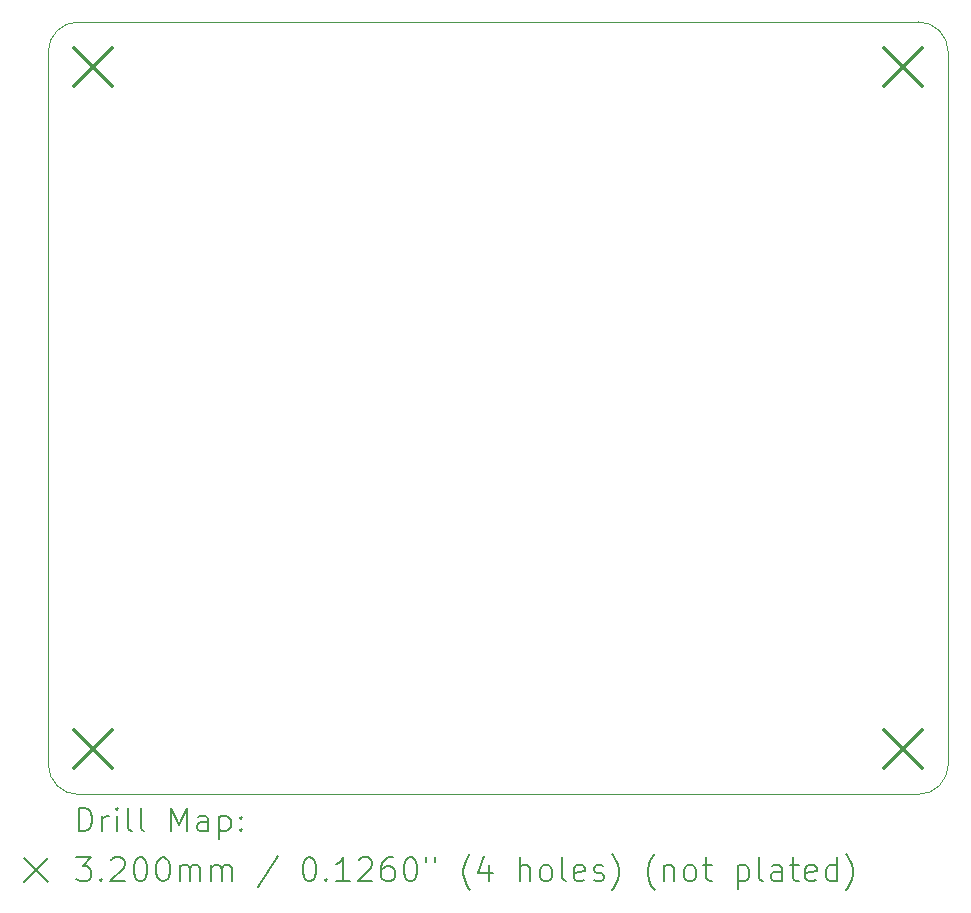
<source format=gbr>
%TF.GenerationSoftware,KiCad,Pcbnew,8.0.3*%
%TF.CreationDate,2024-12-06T19:43:15+13:00*%
%TF.ProjectId,DS8641N_tester,44533836-3431-44e5-9f74-65737465722e,rev?*%
%TF.SameCoordinates,Original*%
%TF.FileFunction,Drillmap*%
%TF.FilePolarity,Positive*%
%FSLAX45Y45*%
G04 Gerber Fmt 4.5, Leading zero omitted, Abs format (unit mm)*
G04 Created by KiCad (PCBNEW 8.0.3) date 2024-12-06 19:43:15*
%MOMM*%
%LPD*%
G01*
G04 APERTURE LIST*
%ADD10C,0.050000*%
%ADD11C,0.200000*%
%ADD12C,0.320000*%
G04 APERTURE END LIST*
D10*
X11758395Y-12139395D02*
X11758395Y-6106895D01*
X19124395Y-5852895D02*
G75*
G02*
X19378385Y-6106895I-5J-253995D01*
G01*
X12012395Y-5852895D02*
X19124395Y-5852895D01*
X19378395Y-6106895D02*
X19378395Y-12139395D01*
X19378395Y-12139395D02*
G75*
G02*
X19124395Y-12393395I-254005J5D01*
G01*
X19124395Y-12393395D02*
X12012395Y-12393395D01*
X12012395Y-12393395D02*
G75*
G02*
X11758385Y-12139395I-5J254005D01*
G01*
X11758395Y-6106895D02*
G75*
G02*
X12012395Y-5852895I253995J5D01*
G01*
D11*
D12*
X11979395Y-6073895D02*
X12299395Y-6393895D01*
X12299395Y-6073895D02*
X11979395Y-6393895D01*
X11979395Y-11852395D02*
X12299395Y-12172395D01*
X12299395Y-11852395D02*
X11979395Y-12172395D01*
X18837395Y-6073895D02*
X19157395Y-6393895D01*
X19157395Y-6073895D02*
X18837395Y-6393895D01*
X18837395Y-11852395D02*
X19157395Y-12172395D01*
X19157395Y-11852395D02*
X18837395Y-12172395D01*
D11*
X12016672Y-12707379D02*
X12016672Y-12507379D01*
X12016672Y-12507379D02*
X12064291Y-12507379D01*
X12064291Y-12507379D02*
X12092862Y-12516902D01*
X12092862Y-12516902D02*
X12111910Y-12535950D01*
X12111910Y-12535950D02*
X12121434Y-12554998D01*
X12121434Y-12554998D02*
X12130957Y-12593093D01*
X12130957Y-12593093D02*
X12130957Y-12621664D01*
X12130957Y-12621664D02*
X12121434Y-12659760D01*
X12121434Y-12659760D02*
X12111910Y-12678807D01*
X12111910Y-12678807D02*
X12092862Y-12697855D01*
X12092862Y-12697855D02*
X12064291Y-12707379D01*
X12064291Y-12707379D02*
X12016672Y-12707379D01*
X12216672Y-12707379D02*
X12216672Y-12574045D01*
X12216672Y-12612141D02*
X12226195Y-12593093D01*
X12226195Y-12593093D02*
X12235719Y-12583569D01*
X12235719Y-12583569D02*
X12254767Y-12574045D01*
X12254767Y-12574045D02*
X12273815Y-12574045D01*
X12340481Y-12707379D02*
X12340481Y-12574045D01*
X12340481Y-12507379D02*
X12330957Y-12516902D01*
X12330957Y-12516902D02*
X12340481Y-12526426D01*
X12340481Y-12526426D02*
X12350005Y-12516902D01*
X12350005Y-12516902D02*
X12340481Y-12507379D01*
X12340481Y-12507379D02*
X12340481Y-12526426D01*
X12464291Y-12707379D02*
X12445243Y-12697855D01*
X12445243Y-12697855D02*
X12435719Y-12678807D01*
X12435719Y-12678807D02*
X12435719Y-12507379D01*
X12569053Y-12707379D02*
X12550005Y-12697855D01*
X12550005Y-12697855D02*
X12540481Y-12678807D01*
X12540481Y-12678807D02*
X12540481Y-12507379D01*
X12797624Y-12707379D02*
X12797624Y-12507379D01*
X12797624Y-12507379D02*
X12864291Y-12650236D01*
X12864291Y-12650236D02*
X12930957Y-12507379D01*
X12930957Y-12507379D02*
X12930957Y-12707379D01*
X13111910Y-12707379D02*
X13111910Y-12602617D01*
X13111910Y-12602617D02*
X13102386Y-12583569D01*
X13102386Y-12583569D02*
X13083338Y-12574045D01*
X13083338Y-12574045D02*
X13045243Y-12574045D01*
X13045243Y-12574045D02*
X13026195Y-12583569D01*
X13111910Y-12697855D02*
X13092862Y-12707379D01*
X13092862Y-12707379D02*
X13045243Y-12707379D01*
X13045243Y-12707379D02*
X13026195Y-12697855D01*
X13026195Y-12697855D02*
X13016672Y-12678807D01*
X13016672Y-12678807D02*
X13016672Y-12659760D01*
X13016672Y-12659760D02*
X13026195Y-12640712D01*
X13026195Y-12640712D02*
X13045243Y-12631188D01*
X13045243Y-12631188D02*
X13092862Y-12631188D01*
X13092862Y-12631188D02*
X13111910Y-12621664D01*
X13207148Y-12574045D02*
X13207148Y-12774045D01*
X13207148Y-12583569D02*
X13226195Y-12574045D01*
X13226195Y-12574045D02*
X13264291Y-12574045D01*
X13264291Y-12574045D02*
X13283338Y-12583569D01*
X13283338Y-12583569D02*
X13292862Y-12593093D01*
X13292862Y-12593093D02*
X13302386Y-12612141D01*
X13302386Y-12612141D02*
X13302386Y-12669283D01*
X13302386Y-12669283D02*
X13292862Y-12688331D01*
X13292862Y-12688331D02*
X13283338Y-12697855D01*
X13283338Y-12697855D02*
X13264291Y-12707379D01*
X13264291Y-12707379D02*
X13226195Y-12707379D01*
X13226195Y-12707379D02*
X13207148Y-12697855D01*
X13388100Y-12688331D02*
X13397624Y-12697855D01*
X13397624Y-12697855D02*
X13388100Y-12707379D01*
X13388100Y-12707379D02*
X13378576Y-12697855D01*
X13378576Y-12697855D02*
X13388100Y-12688331D01*
X13388100Y-12688331D02*
X13388100Y-12707379D01*
X13388100Y-12583569D02*
X13397624Y-12593093D01*
X13397624Y-12593093D02*
X13388100Y-12602617D01*
X13388100Y-12602617D02*
X13378576Y-12593093D01*
X13378576Y-12593093D02*
X13388100Y-12583569D01*
X13388100Y-12583569D02*
X13388100Y-12602617D01*
X11555895Y-12935895D02*
X11755895Y-13135895D01*
X11755895Y-12935895D02*
X11555895Y-13135895D01*
X11997624Y-12927379D02*
X12121434Y-12927379D01*
X12121434Y-12927379D02*
X12054767Y-13003569D01*
X12054767Y-13003569D02*
X12083338Y-13003569D01*
X12083338Y-13003569D02*
X12102386Y-13013093D01*
X12102386Y-13013093D02*
X12111910Y-13022617D01*
X12111910Y-13022617D02*
X12121434Y-13041664D01*
X12121434Y-13041664D02*
X12121434Y-13089283D01*
X12121434Y-13089283D02*
X12111910Y-13108331D01*
X12111910Y-13108331D02*
X12102386Y-13117855D01*
X12102386Y-13117855D02*
X12083338Y-13127379D01*
X12083338Y-13127379D02*
X12026195Y-13127379D01*
X12026195Y-13127379D02*
X12007148Y-13117855D01*
X12007148Y-13117855D02*
X11997624Y-13108331D01*
X12207148Y-13108331D02*
X12216672Y-13117855D01*
X12216672Y-13117855D02*
X12207148Y-13127379D01*
X12207148Y-13127379D02*
X12197624Y-13117855D01*
X12197624Y-13117855D02*
X12207148Y-13108331D01*
X12207148Y-13108331D02*
X12207148Y-13127379D01*
X12292862Y-12946426D02*
X12302386Y-12936902D01*
X12302386Y-12936902D02*
X12321434Y-12927379D01*
X12321434Y-12927379D02*
X12369053Y-12927379D01*
X12369053Y-12927379D02*
X12388100Y-12936902D01*
X12388100Y-12936902D02*
X12397624Y-12946426D01*
X12397624Y-12946426D02*
X12407148Y-12965474D01*
X12407148Y-12965474D02*
X12407148Y-12984521D01*
X12407148Y-12984521D02*
X12397624Y-13013093D01*
X12397624Y-13013093D02*
X12283338Y-13127379D01*
X12283338Y-13127379D02*
X12407148Y-13127379D01*
X12530957Y-12927379D02*
X12550005Y-12927379D01*
X12550005Y-12927379D02*
X12569053Y-12936902D01*
X12569053Y-12936902D02*
X12578576Y-12946426D01*
X12578576Y-12946426D02*
X12588100Y-12965474D01*
X12588100Y-12965474D02*
X12597624Y-13003569D01*
X12597624Y-13003569D02*
X12597624Y-13051188D01*
X12597624Y-13051188D02*
X12588100Y-13089283D01*
X12588100Y-13089283D02*
X12578576Y-13108331D01*
X12578576Y-13108331D02*
X12569053Y-13117855D01*
X12569053Y-13117855D02*
X12550005Y-13127379D01*
X12550005Y-13127379D02*
X12530957Y-13127379D01*
X12530957Y-13127379D02*
X12511910Y-13117855D01*
X12511910Y-13117855D02*
X12502386Y-13108331D01*
X12502386Y-13108331D02*
X12492862Y-13089283D01*
X12492862Y-13089283D02*
X12483338Y-13051188D01*
X12483338Y-13051188D02*
X12483338Y-13003569D01*
X12483338Y-13003569D02*
X12492862Y-12965474D01*
X12492862Y-12965474D02*
X12502386Y-12946426D01*
X12502386Y-12946426D02*
X12511910Y-12936902D01*
X12511910Y-12936902D02*
X12530957Y-12927379D01*
X12721434Y-12927379D02*
X12740481Y-12927379D01*
X12740481Y-12927379D02*
X12759529Y-12936902D01*
X12759529Y-12936902D02*
X12769053Y-12946426D01*
X12769053Y-12946426D02*
X12778576Y-12965474D01*
X12778576Y-12965474D02*
X12788100Y-13003569D01*
X12788100Y-13003569D02*
X12788100Y-13051188D01*
X12788100Y-13051188D02*
X12778576Y-13089283D01*
X12778576Y-13089283D02*
X12769053Y-13108331D01*
X12769053Y-13108331D02*
X12759529Y-13117855D01*
X12759529Y-13117855D02*
X12740481Y-13127379D01*
X12740481Y-13127379D02*
X12721434Y-13127379D01*
X12721434Y-13127379D02*
X12702386Y-13117855D01*
X12702386Y-13117855D02*
X12692862Y-13108331D01*
X12692862Y-13108331D02*
X12683338Y-13089283D01*
X12683338Y-13089283D02*
X12673815Y-13051188D01*
X12673815Y-13051188D02*
X12673815Y-13003569D01*
X12673815Y-13003569D02*
X12683338Y-12965474D01*
X12683338Y-12965474D02*
X12692862Y-12946426D01*
X12692862Y-12946426D02*
X12702386Y-12936902D01*
X12702386Y-12936902D02*
X12721434Y-12927379D01*
X12873815Y-13127379D02*
X12873815Y-12994045D01*
X12873815Y-13013093D02*
X12883338Y-13003569D01*
X12883338Y-13003569D02*
X12902386Y-12994045D01*
X12902386Y-12994045D02*
X12930957Y-12994045D01*
X12930957Y-12994045D02*
X12950005Y-13003569D01*
X12950005Y-13003569D02*
X12959529Y-13022617D01*
X12959529Y-13022617D02*
X12959529Y-13127379D01*
X12959529Y-13022617D02*
X12969053Y-13003569D01*
X12969053Y-13003569D02*
X12988100Y-12994045D01*
X12988100Y-12994045D02*
X13016672Y-12994045D01*
X13016672Y-12994045D02*
X13035719Y-13003569D01*
X13035719Y-13003569D02*
X13045243Y-13022617D01*
X13045243Y-13022617D02*
X13045243Y-13127379D01*
X13140481Y-13127379D02*
X13140481Y-12994045D01*
X13140481Y-13013093D02*
X13150005Y-13003569D01*
X13150005Y-13003569D02*
X13169053Y-12994045D01*
X13169053Y-12994045D02*
X13197624Y-12994045D01*
X13197624Y-12994045D02*
X13216672Y-13003569D01*
X13216672Y-13003569D02*
X13226196Y-13022617D01*
X13226196Y-13022617D02*
X13226196Y-13127379D01*
X13226196Y-13022617D02*
X13235719Y-13003569D01*
X13235719Y-13003569D02*
X13254767Y-12994045D01*
X13254767Y-12994045D02*
X13283338Y-12994045D01*
X13283338Y-12994045D02*
X13302386Y-13003569D01*
X13302386Y-13003569D02*
X13311910Y-13022617D01*
X13311910Y-13022617D02*
X13311910Y-13127379D01*
X13702386Y-12917855D02*
X13530958Y-13174998D01*
X13959529Y-12927379D02*
X13978577Y-12927379D01*
X13978577Y-12927379D02*
X13997624Y-12936902D01*
X13997624Y-12936902D02*
X14007148Y-12946426D01*
X14007148Y-12946426D02*
X14016672Y-12965474D01*
X14016672Y-12965474D02*
X14026196Y-13003569D01*
X14026196Y-13003569D02*
X14026196Y-13051188D01*
X14026196Y-13051188D02*
X14016672Y-13089283D01*
X14016672Y-13089283D02*
X14007148Y-13108331D01*
X14007148Y-13108331D02*
X13997624Y-13117855D01*
X13997624Y-13117855D02*
X13978577Y-13127379D01*
X13978577Y-13127379D02*
X13959529Y-13127379D01*
X13959529Y-13127379D02*
X13940481Y-13117855D01*
X13940481Y-13117855D02*
X13930958Y-13108331D01*
X13930958Y-13108331D02*
X13921434Y-13089283D01*
X13921434Y-13089283D02*
X13911910Y-13051188D01*
X13911910Y-13051188D02*
X13911910Y-13003569D01*
X13911910Y-13003569D02*
X13921434Y-12965474D01*
X13921434Y-12965474D02*
X13930958Y-12946426D01*
X13930958Y-12946426D02*
X13940481Y-12936902D01*
X13940481Y-12936902D02*
X13959529Y-12927379D01*
X14111910Y-13108331D02*
X14121434Y-13117855D01*
X14121434Y-13117855D02*
X14111910Y-13127379D01*
X14111910Y-13127379D02*
X14102386Y-13117855D01*
X14102386Y-13117855D02*
X14111910Y-13108331D01*
X14111910Y-13108331D02*
X14111910Y-13127379D01*
X14311910Y-13127379D02*
X14197624Y-13127379D01*
X14254767Y-13127379D02*
X14254767Y-12927379D01*
X14254767Y-12927379D02*
X14235719Y-12955950D01*
X14235719Y-12955950D02*
X14216672Y-12974998D01*
X14216672Y-12974998D02*
X14197624Y-12984521D01*
X14388100Y-12946426D02*
X14397624Y-12936902D01*
X14397624Y-12936902D02*
X14416672Y-12927379D01*
X14416672Y-12927379D02*
X14464291Y-12927379D01*
X14464291Y-12927379D02*
X14483339Y-12936902D01*
X14483339Y-12936902D02*
X14492862Y-12946426D01*
X14492862Y-12946426D02*
X14502386Y-12965474D01*
X14502386Y-12965474D02*
X14502386Y-12984521D01*
X14502386Y-12984521D02*
X14492862Y-13013093D01*
X14492862Y-13013093D02*
X14378577Y-13127379D01*
X14378577Y-13127379D02*
X14502386Y-13127379D01*
X14673815Y-12927379D02*
X14635719Y-12927379D01*
X14635719Y-12927379D02*
X14616672Y-12936902D01*
X14616672Y-12936902D02*
X14607148Y-12946426D01*
X14607148Y-12946426D02*
X14588100Y-12974998D01*
X14588100Y-12974998D02*
X14578577Y-13013093D01*
X14578577Y-13013093D02*
X14578577Y-13089283D01*
X14578577Y-13089283D02*
X14588100Y-13108331D01*
X14588100Y-13108331D02*
X14597624Y-13117855D01*
X14597624Y-13117855D02*
X14616672Y-13127379D01*
X14616672Y-13127379D02*
X14654767Y-13127379D01*
X14654767Y-13127379D02*
X14673815Y-13117855D01*
X14673815Y-13117855D02*
X14683339Y-13108331D01*
X14683339Y-13108331D02*
X14692862Y-13089283D01*
X14692862Y-13089283D02*
X14692862Y-13041664D01*
X14692862Y-13041664D02*
X14683339Y-13022617D01*
X14683339Y-13022617D02*
X14673815Y-13013093D01*
X14673815Y-13013093D02*
X14654767Y-13003569D01*
X14654767Y-13003569D02*
X14616672Y-13003569D01*
X14616672Y-13003569D02*
X14597624Y-13013093D01*
X14597624Y-13013093D02*
X14588100Y-13022617D01*
X14588100Y-13022617D02*
X14578577Y-13041664D01*
X14816672Y-12927379D02*
X14835720Y-12927379D01*
X14835720Y-12927379D02*
X14854767Y-12936902D01*
X14854767Y-12936902D02*
X14864291Y-12946426D01*
X14864291Y-12946426D02*
X14873815Y-12965474D01*
X14873815Y-12965474D02*
X14883339Y-13003569D01*
X14883339Y-13003569D02*
X14883339Y-13051188D01*
X14883339Y-13051188D02*
X14873815Y-13089283D01*
X14873815Y-13089283D02*
X14864291Y-13108331D01*
X14864291Y-13108331D02*
X14854767Y-13117855D01*
X14854767Y-13117855D02*
X14835720Y-13127379D01*
X14835720Y-13127379D02*
X14816672Y-13127379D01*
X14816672Y-13127379D02*
X14797624Y-13117855D01*
X14797624Y-13117855D02*
X14788100Y-13108331D01*
X14788100Y-13108331D02*
X14778577Y-13089283D01*
X14778577Y-13089283D02*
X14769053Y-13051188D01*
X14769053Y-13051188D02*
X14769053Y-13003569D01*
X14769053Y-13003569D02*
X14778577Y-12965474D01*
X14778577Y-12965474D02*
X14788100Y-12946426D01*
X14788100Y-12946426D02*
X14797624Y-12936902D01*
X14797624Y-12936902D02*
X14816672Y-12927379D01*
X14959529Y-12927379D02*
X14959529Y-12965474D01*
X15035720Y-12927379D02*
X15035720Y-12965474D01*
X15330958Y-13203569D02*
X15321434Y-13194045D01*
X15321434Y-13194045D02*
X15302386Y-13165474D01*
X15302386Y-13165474D02*
X15292862Y-13146426D01*
X15292862Y-13146426D02*
X15283339Y-13117855D01*
X15283339Y-13117855D02*
X15273815Y-13070236D01*
X15273815Y-13070236D02*
X15273815Y-13032141D01*
X15273815Y-13032141D02*
X15283339Y-12984521D01*
X15283339Y-12984521D02*
X15292862Y-12955950D01*
X15292862Y-12955950D02*
X15302386Y-12936902D01*
X15302386Y-12936902D02*
X15321434Y-12908331D01*
X15321434Y-12908331D02*
X15330958Y-12898807D01*
X15492862Y-12994045D02*
X15492862Y-13127379D01*
X15445243Y-12917855D02*
X15397624Y-13060712D01*
X15397624Y-13060712D02*
X15521434Y-13060712D01*
X15750005Y-13127379D02*
X15750005Y-12927379D01*
X15835720Y-13127379D02*
X15835720Y-13022617D01*
X15835720Y-13022617D02*
X15826196Y-13003569D01*
X15826196Y-13003569D02*
X15807148Y-12994045D01*
X15807148Y-12994045D02*
X15778577Y-12994045D01*
X15778577Y-12994045D02*
X15759529Y-13003569D01*
X15759529Y-13003569D02*
X15750005Y-13013093D01*
X15959529Y-13127379D02*
X15940482Y-13117855D01*
X15940482Y-13117855D02*
X15930958Y-13108331D01*
X15930958Y-13108331D02*
X15921434Y-13089283D01*
X15921434Y-13089283D02*
X15921434Y-13032141D01*
X15921434Y-13032141D02*
X15930958Y-13013093D01*
X15930958Y-13013093D02*
X15940482Y-13003569D01*
X15940482Y-13003569D02*
X15959529Y-12994045D01*
X15959529Y-12994045D02*
X15988101Y-12994045D01*
X15988101Y-12994045D02*
X16007148Y-13003569D01*
X16007148Y-13003569D02*
X16016672Y-13013093D01*
X16016672Y-13013093D02*
X16026196Y-13032141D01*
X16026196Y-13032141D02*
X16026196Y-13089283D01*
X16026196Y-13089283D02*
X16016672Y-13108331D01*
X16016672Y-13108331D02*
X16007148Y-13117855D01*
X16007148Y-13117855D02*
X15988101Y-13127379D01*
X15988101Y-13127379D02*
X15959529Y-13127379D01*
X16140482Y-13127379D02*
X16121434Y-13117855D01*
X16121434Y-13117855D02*
X16111910Y-13098807D01*
X16111910Y-13098807D02*
X16111910Y-12927379D01*
X16292863Y-13117855D02*
X16273815Y-13127379D01*
X16273815Y-13127379D02*
X16235720Y-13127379D01*
X16235720Y-13127379D02*
X16216672Y-13117855D01*
X16216672Y-13117855D02*
X16207148Y-13098807D01*
X16207148Y-13098807D02*
X16207148Y-13022617D01*
X16207148Y-13022617D02*
X16216672Y-13003569D01*
X16216672Y-13003569D02*
X16235720Y-12994045D01*
X16235720Y-12994045D02*
X16273815Y-12994045D01*
X16273815Y-12994045D02*
X16292863Y-13003569D01*
X16292863Y-13003569D02*
X16302386Y-13022617D01*
X16302386Y-13022617D02*
X16302386Y-13041664D01*
X16302386Y-13041664D02*
X16207148Y-13060712D01*
X16378577Y-13117855D02*
X16397624Y-13127379D01*
X16397624Y-13127379D02*
X16435720Y-13127379D01*
X16435720Y-13127379D02*
X16454767Y-13117855D01*
X16454767Y-13117855D02*
X16464291Y-13098807D01*
X16464291Y-13098807D02*
X16464291Y-13089283D01*
X16464291Y-13089283D02*
X16454767Y-13070236D01*
X16454767Y-13070236D02*
X16435720Y-13060712D01*
X16435720Y-13060712D02*
X16407148Y-13060712D01*
X16407148Y-13060712D02*
X16388101Y-13051188D01*
X16388101Y-13051188D02*
X16378577Y-13032141D01*
X16378577Y-13032141D02*
X16378577Y-13022617D01*
X16378577Y-13022617D02*
X16388101Y-13003569D01*
X16388101Y-13003569D02*
X16407148Y-12994045D01*
X16407148Y-12994045D02*
X16435720Y-12994045D01*
X16435720Y-12994045D02*
X16454767Y-13003569D01*
X16530958Y-13203569D02*
X16540482Y-13194045D01*
X16540482Y-13194045D02*
X16559529Y-13165474D01*
X16559529Y-13165474D02*
X16569053Y-13146426D01*
X16569053Y-13146426D02*
X16578577Y-13117855D01*
X16578577Y-13117855D02*
X16588101Y-13070236D01*
X16588101Y-13070236D02*
X16588101Y-13032141D01*
X16588101Y-13032141D02*
X16578577Y-12984521D01*
X16578577Y-12984521D02*
X16569053Y-12955950D01*
X16569053Y-12955950D02*
X16559529Y-12936902D01*
X16559529Y-12936902D02*
X16540482Y-12908331D01*
X16540482Y-12908331D02*
X16530958Y-12898807D01*
X16892863Y-13203569D02*
X16883339Y-13194045D01*
X16883339Y-13194045D02*
X16864291Y-13165474D01*
X16864291Y-13165474D02*
X16854767Y-13146426D01*
X16854767Y-13146426D02*
X16845244Y-13117855D01*
X16845244Y-13117855D02*
X16835720Y-13070236D01*
X16835720Y-13070236D02*
X16835720Y-13032141D01*
X16835720Y-13032141D02*
X16845244Y-12984521D01*
X16845244Y-12984521D02*
X16854767Y-12955950D01*
X16854767Y-12955950D02*
X16864291Y-12936902D01*
X16864291Y-12936902D02*
X16883339Y-12908331D01*
X16883339Y-12908331D02*
X16892863Y-12898807D01*
X16969053Y-12994045D02*
X16969053Y-13127379D01*
X16969053Y-13013093D02*
X16978577Y-13003569D01*
X16978577Y-13003569D02*
X16997625Y-12994045D01*
X16997625Y-12994045D02*
X17026196Y-12994045D01*
X17026196Y-12994045D02*
X17045244Y-13003569D01*
X17045244Y-13003569D02*
X17054767Y-13022617D01*
X17054767Y-13022617D02*
X17054767Y-13127379D01*
X17178577Y-13127379D02*
X17159529Y-13117855D01*
X17159529Y-13117855D02*
X17150006Y-13108331D01*
X17150006Y-13108331D02*
X17140482Y-13089283D01*
X17140482Y-13089283D02*
X17140482Y-13032141D01*
X17140482Y-13032141D02*
X17150006Y-13013093D01*
X17150006Y-13013093D02*
X17159529Y-13003569D01*
X17159529Y-13003569D02*
X17178577Y-12994045D01*
X17178577Y-12994045D02*
X17207148Y-12994045D01*
X17207148Y-12994045D02*
X17226196Y-13003569D01*
X17226196Y-13003569D02*
X17235720Y-13013093D01*
X17235720Y-13013093D02*
X17245244Y-13032141D01*
X17245244Y-13032141D02*
X17245244Y-13089283D01*
X17245244Y-13089283D02*
X17235720Y-13108331D01*
X17235720Y-13108331D02*
X17226196Y-13117855D01*
X17226196Y-13117855D02*
X17207148Y-13127379D01*
X17207148Y-13127379D02*
X17178577Y-13127379D01*
X17302387Y-12994045D02*
X17378577Y-12994045D01*
X17330958Y-12927379D02*
X17330958Y-13098807D01*
X17330958Y-13098807D02*
X17340482Y-13117855D01*
X17340482Y-13117855D02*
X17359529Y-13127379D01*
X17359529Y-13127379D02*
X17378577Y-13127379D01*
X17597625Y-12994045D02*
X17597625Y-13194045D01*
X17597625Y-13003569D02*
X17616672Y-12994045D01*
X17616672Y-12994045D02*
X17654768Y-12994045D01*
X17654768Y-12994045D02*
X17673815Y-13003569D01*
X17673815Y-13003569D02*
X17683339Y-13013093D01*
X17683339Y-13013093D02*
X17692863Y-13032141D01*
X17692863Y-13032141D02*
X17692863Y-13089283D01*
X17692863Y-13089283D02*
X17683339Y-13108331D01*
X17683339Y-13108331D02*
X17673815Y-13117855D01*
X17673815Y-13117855D02*
X17654768Y-13127379D01*
X17654768Y-13127379D02*
X17616672Y-13127379D01*
X17616672Y-13127379D02*
X17597625Y-13117855D01*
X17807148Y-13127379D02*
X17788101Y-13117855D01*
X17788101Y-13117855D02*
X17778577Y-13098807D01*
X17778577Y-13098807D02*
X17778577Y-12927379D01*
X17969053Y-13127379D02*
X17969053Y-13022617D01*
X17969053Y-13022617D02*
X17959529Y-13003569D01*
X17959529Y-13003569D02*
X17940482Y-12994045D01*
X17940482Y-12994045D02*
X17902387Y-12994045D01*
X17902387Y-12994045D02*
X17883339Y-13003569D01*
X17969053Y-13117855D02*
X17950006Y-13127379D01*
X17950006Y-13127379D02*
X17902387Y-13127379D01*
X17902387Y-13127379D02*
X17883339Y-13117855D01*
X17883339Y-13117855D02*
X17873815Y-13098807D01*
X17873815Y-13098807D02*
X17873815Y-13079760D01*
X17873815Y-13079760D02*
X17883339Y-13060712D01*
X17883339Y-13060712D02*
X17902387Y-13051188D01*
X17902387Y-13051188D02*
X17950006Y-13051188D01*
X17950006Y-13051188D02*
X17969053Y-13041664D01*
X18035720Y-12994045D02*
X18111910Y-12994045D01*
X18064291Y-12927379D02*
X18064291Y-13098807D01*
X18064291Y-13098807D02*
X18073815Y-13117855D01*
X18073815Y-13117855D02*
X18092863Y-13127379D01*
X18092863Y-13127379D02*
X18111910Y-13127379D01*
X18254768Y-13117855D02*
X18235720Y-13127379D01*
X18235720Y-13127379D02*
X18197625Y-13127379D01*
X18197625Y-13127379D02*
X18178577Y-13117855D01*
X18178577Y-13117855D02*
X18169053Y-13098807D01*
X18169053Y-13098807D02*
X18169053Y-13022617D01*
X18169053Y-13022617D02*
X18178577Y-13003569D01*
X18178577Y-13003569D02*
X18197625Y-12994045D01*
X18197625Y-12994045D02*
X18235720Y-12994045D01*
X18235720Y-12994045D02*
X18254768Y-13003569D01*
X18254768Y-13003569D02*
X18264291Y-13022617D01*
X18264291Y-13022617D02*
X18264291Y-13041664D01*
X18264291Y-13041664D02*
X18169053Y-13060712D01*
X18435720Y-13127379D02*
X18435720Y-12927379D01*
X18435720Y-13117855D02*
X18416672Y-13127379D01*
X18416672Y-13127379D02*
X18378577Y-13127379D01*
X18378577Y-13127379D02*
X18359529Y-13117855D01*
X18359529Y-13117855D02*
X18350006Y-13108331D01*
X18350006Y-13108331D02*
X18340482Y-13089283D01*
X18340482Y-13089283D02*
X18340482Y-13032141D01*
X18340482Y-13032141D02*
X18350006Y-13013093D01*
X18350006Y-13013093D02*
X18359529Y-13003569D01*
X18359529Y-13003569D02*
X18378577Y-12994045D01*
X18378577Y-12994045D02*
X18416672Y-12994045D01*
X18416672Y-12994045D02*
X18435720Y-13003569D01*
X18511910Y-13203569D02*
X18521434Y-13194045D01*
X18521434Y-13194045D02*
X18540482Y-13165474D01*
X18540482Y-13165474D02*
X18550006Y-13146426D01*
X18550006Y-13146426D02*
X18559529Y-13117855D01*
X18559529Y-13117855D02*
X18569053Y-13070236D01*
X18569053Y-13070236D02*
X18569053Y-13032141D01*
X18569053Y-13032141D02*
X18559529Y-12984521D01*
X18559529Y-12984521D02*
X18550006Y-12955950D01*
X18550006Y-12955950D02*
X18540482Y-12936902D01*
X18540482Y-12936902D02*
X18521434Y-12908331D01*
X18521434Y-12908331D02*
X18511910Y-12898807D01*
M02*

</source>
